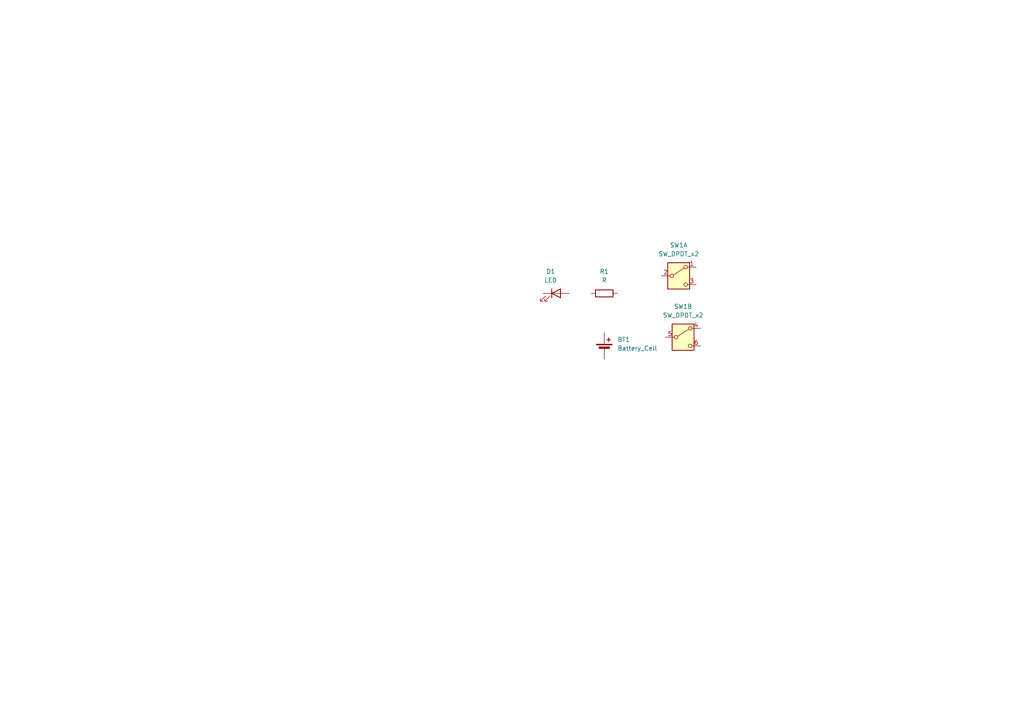
<source format=kicad_sch>
(kicad_sch (version 20250114) (generator "eeschema") (generator_version "9.0")
  (paper "A4")
  (title_block (title "01. LED BOARD") (date "2025-04-20") (rev "0.0.1") (company "GOBAL KRISHNAN "))
  (lib_symbols
    (symbol "Device:Battery_Cell" (pin_numbers (hide yes)) (pin_names (offset 0) (hide yes))
      (property "Reference" "BT" (at 2.54 2.54 0))
      (property "Value" "Battery_Cell" (at 2.54 0 0))
      (symbol "Battery_Cell_0_1"
        (rectangle (start -2.286 1.778) (end 2.286 1.524) (fill (type outline)))
        (rectangle (start -1.524 1.016) (end 1.524 0.508) (fill (type outline)))
        (polyline (pts (xy 0 1.778) (xy 0 2.54)))
        (polyline (pts (xy 0 0.762) (xy 0 0)))
        (polyline (pts (xy 0.762 3.048) (xy 1.778 3.048)) (stroke (width 0.254)))
        (polyline (pts (xy 1.27 3.556) (xy 1.27 2.54)) (stroke (width 0.254)))
      )
      (symbol "Battery_Cell_1_1"
        (pin passive line (at 0 5.08 270) (length 2.54) (name "+") (number "1"))
        (pin passive line (at 0 -2.54 90) (length 2.54) (name "-") (number "2"))
      )
    )
    (symbol "Device:LED" (pin_numbers (hide yes)) (pin_names (offset 1.016) (hide yes))
      (property "Reference" "D" (at 0 2.54 0))
      (property "Value" "LED" (at 0 -2.54 0))
      (symbol "LED_0_1"
        (polyline (pts (xy -3.048 -0.762) (xy -4.572 -2.286) (xy -3.81 -2.286) (xy -4.572 -2.286) (xy -4.572 -1.524)))
        (polyline (pts (xy -1.778 -0.762) (xy -3.302 -2.286) (xy -2.54 -2.286) (xy -3.302 -2.286) (xy -3.302 -1.524)))
        (polyline (pts (xy -1.27 0) (xy 1.27 0)))
        (polyline (pts (xy -1.27 -1.27) (xy -1.27 1.27)) (stroke (width 0.254)))
        (polyline (pts (xy 1.27 -1.27) (xy 1.27 1.27) (xy -1.27 0) (xy 1.27 -1.27)) (stroke (width 0.254)))
      )
      (symbol "LED_1_1"
        (pin passive line (at -3.81 0 0) (length 2.54) (name "K") (number "1"))
        (pin passive line (at 3.81 0 180) (length 2.54) (name "A") (number "2"))
      )
    )
    (symbol "Device:R" (pin_numbers (hide yes)) (pin_names (offset 0))
      (property "Reference" "R" (at 2.032 0 90))
      (property "Value" "R" (at 0 0 90))
      (symbol "R_0_1"
        (rectangle (start -1.016 -2.54) (end 1.016 2.54) (stroke (width 0.254)))
      )
      (symbol "R_1_1"
        (pin passive line (at 0 3.81 270) (length 1.27) (name "~") (number "1"))
        (pin passive line (at 0 -3.81 90) (length 1.27) (name "~") (number "2"))
      )
    )
    (symbol "Switch:SW_DPDT_x2" (pin_names (offset 0) (hide yes))
      (property "Reference" "SW" (at 0 5.08 0))
      (property "Value" "SW_DPDT_x2" (at 0 -5.08 0))
      (symbol "SW_DPDT_x2_0_0"
        (circle (center -2.032 0) (radius 0.508))
        (circle (center 2.032 -2.54) (radius 0.508))
      )
      (symbol "SW_DPDT_x2_0_1"
        (rectangle (start -3.175 3.81) (end 3.175 -3.81) (stroke (width 0.254)) (fill (type background)))
        (polyline (pts (xy -1.524 0.254) (xy 1.5748 2.286)))
        (circle (center 2.032 2.54) (radius 0.508))
      )
      (symbol "SW_DPDT_x2_1_1"
        (pin passive line (at -5.08 0 0) (length 2.54) (name "B") (number "2"))
        (pin passive line (at 5.08 2.54 180) (length 2.54) (name "A") (number "1"))
        (pin passive line (at 5.08 -2.54 180) (length 2.54) (name "C") (number "3"))
      )
      (symbol "SW_DPDT_x2_2_1"
        (pin passive line (at -5.08 0 0) (length 2.54) (name "B") (number "5"))
        (pin passive line (at 5.08 2.54 180) (length 2.54) (name "A") (number "4"))
        (pin passive line (at 5.08 -2.54 180) (length 2.54) (name "C") (number "6"))
      )
    )
  )
  (symbol (lib_id "Device:LED") (at 161.29 85.09 0) (unit 1)
    (property "Reference" "D1" (at 159.7025 78.74 0))
    (property "Value" "LED" (at 159.7025 81.28 0))
    (property "Description" "Light emitting diode" (effects (hide yes)))
    (property "Sim.Pins" "1=K 2=A" (effects (hide yes)))
  )
  (symbol (lib_id "Device:Battery_Cell") (at 175.26 101.6 0) (unit 1)
    (property "Reference" "BT1" (at 179.07 98.4884 0) (effects (justify left)))
    (property "Value" "Battery_Cell" (at 179.07 101.0284 0) (effects (justify left)))
    (property "Description" "Single-cell battery" (effects (hide yes)))
  )
  (symbol (lib_id "Switch:SW_DPDT_x2") (at 198.12 97.79 0) (unit 2)
    (property "Reference" "SW1" (at 198.12 88.9 0))
    (property "Value" "SW_DPDT_x2" (at 198.12 91.44 0))
    (property "Description" "Switch, dual pole double throw, separate symbols" (effects (hide yes)))
  )
  (symbol (lib_id "Switch:SW_DPDT_x2") (at 196.85 80.01 0) (unit 1)
    (property "Reference" "SW1" (at 196.85 71.12 0))
    (property "Value" "SW_DPDT_x2" (at 196.85 73.66 0))
    (property "Description" "Switch, dual pole double throw, separate symbols" (effects (hide yes)))
  )
  (symbol (lib_id "Device:R") (at 175.26 85.09 90) (unit 1)
    (property "Reference" "R1" (at 175.26 78.74 90))
    (property "Value" "R" (at 175.26 81.28 90))
    (property "Description" "Resistor" (effects (hide yes)))
  )
)
</source>
